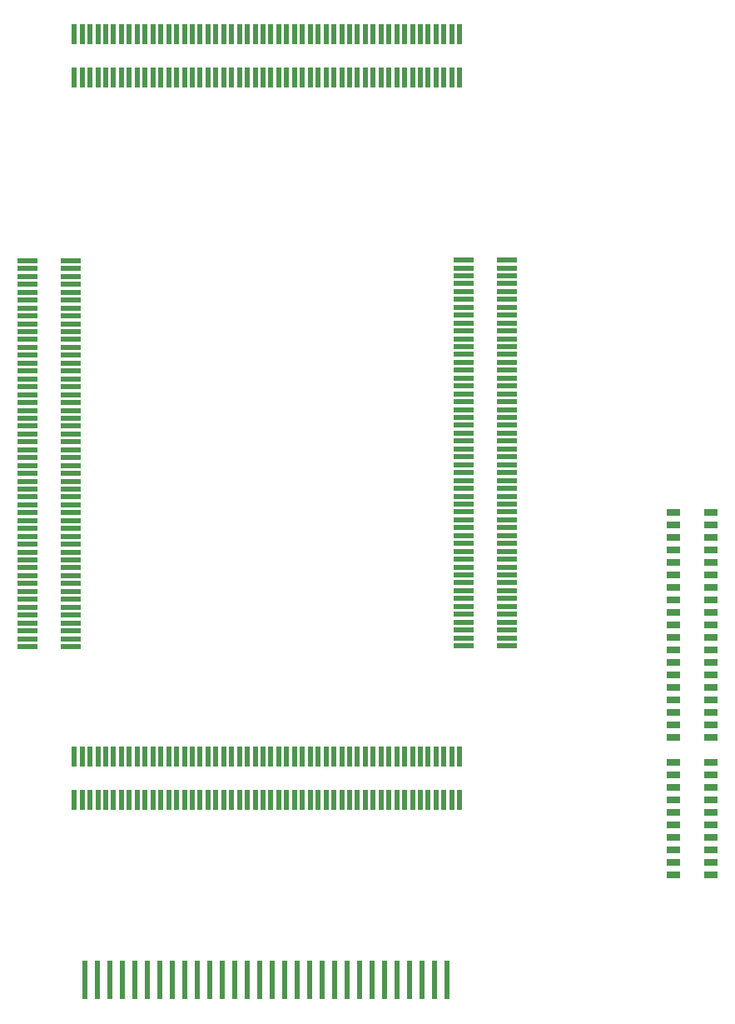
<source format=gbr>
G04 #@! TF.GenerationSoftware,KiCad,Pcbnew,5.0.0*
G04 #@! TF.CreationDate,2018-07-26T20:06:55-05:00*
G04 #@! TF.ProjectId,breakout,627265616B6F75742E6B696361645F70,rev?*
G04 #@! TF.SameCoordinates,Original*
G04 #@! TF.FileFunction,Paste,Top*
G04 #@! TF.FilePolarity,Positive*
%FSLAX46Y46*%
G04 Gerber Fmt 4.6, Leading zero omitted, Abs format (unit mm)*
G04 Created by KiCad (PCBNEW 5.0.0) date Thu Jul 26 20:06:55 2018*
%MOMM*%
%LPD*%
G01*
G04 APERTURE LIST*
%ADD10R,2.000000X0.500000*%
%ADD11R,0.500000X2.000000*%
%ADD12R,0.560000X4.000000*%
%ADD13R,1.350000X0.660000*%
G04 APERTURE END LIST*
D10*
G04 #@! TO.C,P4*
X145024200Y-94446000D03*
X140624200Y-94446000D03*
X145024200Y-95246000D03*
X140624200Y-95246000D03*
X145024200Y-96046000D03*
X140624200Y-96046000D03*
X145024200Y-96846000D03*
X140624200Y-96846000D03*
X145024200Y-97646000D03*
X140624200Y-97646000D03*
X145024200Y-98446000D03*
X140624200Y-98446000D03*
X145024200Y-99246000D03*
X140624200Y-99246000D03*
X145024200Y-100046000D03*
X140624200Y-100046000D03*
X145024200Y-100846000D03*
X140624200Y-100846000D03*
X145024200Y-101646000D03*
X140624200Y-101646000D03*
X145024200Y-102446000D03*
X140624200Y-102446000D03*
X145024200Y-103246000D03*
X140624200Y-103246000D03*
X145024200Y-104046000D03*
X140624200Y-104046000D03*
X145024200Y-104846000D03*
X140624200Y-104846000D03*
X145024200Y-105646000D03*
X140624200Y-105646000D03*
X145024200Y-106446000D03*
X140624200Y-106446000D03*
X145024200Y-107246000D03*
X140624200Y-107246000D03*
X145024200Y-108046000D03*
X140624200Y-108046000D03*
X145024200Y-108846000D03*
X140624200Y-108846000D03*
X145024200Y-109646000D03*
X140624200Y-109646000D03*
X145024200Y-110446000D03*
X140624200Y-110446000D03*
X145024200Y-111246000D03*
X140624200Y-111246000D03*
X145024200Y-112046000D03*
X140624200Y-112046000D03*
X145024200Y-112846000D03*
X140624200Y-112846000D03*
X145024200Y-113646000D03*
X140624200Y-113646000D03*
X145024200Y-114446000D03*
X140624200Y-114446000D03*
X145024200Y-115246000D03*
X140624200Y-115246000D03*
X145024200Y-116046000D03*
X140624200Y-116046000D03*
X145024200Y-116846000D03*
X140624200Y-116846000D03*
X145024200Y-117646000D03*
X140624200Y-117646000D03*
X145024200Y-118446000D03*
X140624200Y-118446000D03*
X145024200Y-119246000D03*
X140624200Y-119246000D03*
X145024200Y-120046000D03*
X140624200Y-120046000D03*
X145024200Y-120846000D03*
X140624200Y-120846000D03*
X145024200Y-121646000D03*
X140624200Y-121646000D03*
X145024200Y-122446000D03*
X140624200Y-122446000D03*
X145024200Y-123246000D03*
X140624200Y-123246000D03*
X145024200Y-124046000D03*
X140624200Y-124046000D03*
X145024200Y-124846000D03*
X140624200Y-124846000D03*
X145024200Y-125646000D03*
X140624200Y-125646000D03*
X145024200Y-126446000D03*
X140624200Y-126446000D03*
X145024200Y-127246000D03*
X140624200Y-127246000D03*
X145024200Y-128046000D03*
X140624200Y-128046000D03*
X145024200Y-128846000D03*
X140624200Y-128846000D03*
X145024200Y-129646000D03*
X140624200Y-129646000D03*
X145024200Y-130446000D03*
X140624200Y-130446000D03*
X145024200Y-131246000D03*
X140624200Y-131246000D03*
X145024200Y-132046000D03*
X140624200Y-132046000D03*
X145024200Y-132846000D03*
X140624200Y-132846000D03*
X145024200Y-133646000D03*
X140624200Y-133646000D03*
G04 #@! TD*
G04 #@! TO.C,P3*
X100675800Y-94522200D03*
X96275800Y-94522200D03*
X100675800Y-95322200D03*
X96275800Y-95322200D03*
X100675800Y-96122200D03*
X96275800Y-96122200D03*
X100675800Y-96922200D03*
X96275800Y-96922200D03*
X100675800Y-97722200D03*
X96275800Y-97722200D03*
X100675800Y-98522200D03*
X96275800Y-98522200D03*
X100675800Y-99322200D03*
X96275800Y-99322200D03*
X100675800Y-100122200D03*
X96275800Y-100122200D03*
X100675800Y-100922200D03*
X96275800Y-100922200D03*
X100675800Y-101722200D03*
X96275800Y-101722200D03*
X100675800Y-102522200D03*
X96275800Y-102522200D03*
X100675800Y-103322200D03*
X96275800Y-103322200D03*
X100675800Y-104122200D03*
X96275800Y-104122200D03*
X100675800Y-104922200D03*
X96275800Y-104922200D03*
X100675800Y-105722200D03*
X96275800Y-105722200D03*
X100675800Y-106522200D03*
X96275800Y-106522200D03*
X100675800Y-107322200D03*
X96275800Y-107322200D03*
X100675800Y-108122200D03*
X96275800Y-108122200D03*
X100675800Y-108922200D03*
X96275800Y-108922200D03*
X100675800Y-109722200D03*
X96275800Y-109722200D03*
X100675800Y-110522200D03*
X96275800Y-110522200D03*
X100675800Y-111322200D03*
X96275800Y-111322200D03*
X100675800Y-112122200D03*
X96275800Y-112122200D03*
X100675800Y-112922200D03*
X96275800Y-112922200D03*
X100675800Y-113722200D03*
X96275800Y-113722200D03*
X100675800Y-114522200D03*
X96275800Y-114522200D03*
X100675800Y-115322200D03*
X96275800Y-115322200D03*
X100675800Y-116122200D03*
X96275800Y-116122200D03*
X100675800Y-116922200D03*
X96275800Y-116922200D03*
X100675800Y-117722200D03*
X96275800Y-117722200D03*
X100675800Y-118522200D03*
X96275800Y-118522200D03*
X100675800Y-119322200D03*
X96275800Y-119322200D03*
X100675800Y-120122200D03*
X96275800Y-120122200D03*
X100675800Y-120922200D03*
X96275800Y-120922200D03*
X100675800Y-121722200D03*
X96275800Y-121722200D03*
X100675800Y-122522200D03*
X96275800Y-122522200D03*
X100675800Y-123322200D03*
X96275800Y-123322200D03*
X100675800Y-124122200D03*
X96275800Y-124122200D03*
X100675800Y-124922200D03*
X96275800Y-124922200D03*
X100675800Y-125722200D03*
X96275800Y-125722200D03*
X100675800Y-126522200D03*
X96275800Y-126522200D03*
X100675800Y-127322200D03*
X96275800Y-127322200D03*
X100675800Y-128122200D03*
X96275800Y-128122200D03*
X100675800Y-128922200D03*
X96275800Y-128922200D03*
X100675800Y-129722200D03*
X96275800Y-129722200D03*
X100675800Y-130522200D03*
X96275800Y-130522200D03*
X100675800Y-131322200D03*
X96275800Y-131322200D03*
X100675800Y-132122200D03*
X96275800Y-132122200D03*
X100675800Y-132922200D03*
X96275800Y-132922200D03*
X100675800Y-133722200D03*
X96275800Y-133722200D03*
G04 #@! TD*
D11*
G04 #@! TO.C,P2*
X140250000Y-149266000D03*
X140250000Y-144866000D03*
X139450000Y-149266000D03*
X139450000Y-144866000D03*
X138650000Y-149266000D03*
X138650000Y-144866000D03*
X137850000Y-149266000D03*
X137850000Y-144866000D03*
X137050000Y-149266000D03*
X137050000Y-144866000D03*
X136250000Y-149266000D03*
X136250000Y-144866000D03*
X135450000Y-149266000D03*
X135450000Y-144866000D03*
X134650000Y-149266000D03*
X134650000Y-144866000D03*
X133850000Y-149266000D03*
X133850000Y-144866000D03*
X133050000Y-149266000D03*
X133050000Y-144866000D03*
X132250000Y-149266000D03*
X132250000Y-144866000D03*
X131450000Y-149266000D03*
X131450000Y-144866000D03*
X130650000Y-149266000D03*
X130650000Y-144866000D03*
X129850000Y-149266000D03*
X129850000Y-144866000D03*
X129050000Y-149266000D03*
X129050000Y-144866000D03*
X128250000Y-149266000D03*
X128250000Y-144866000D03*
X127450000Y-149266000D03*
X127450000Y-144866000D03*
X126650000Y-149266000D03*
X126650000Y-144866000D03*
X125850000Y-149266000D03*
X125850000Y-144866000D03*
X125050000Y-149266000D03*
X125050000Y-144866000D03*
X124250000Y-149266000D03*
X124250000Y-144866000D03*
X123450000Y-149266000D03*
X123450000Y-144866000D03*
X122650000Y-149266000D03*
X122650000Y-144866000D03*
X121850000Y-149266000D03*
X121850000Y-144866000D03*
X121050000Y-149266000D03*
X121050000Y-144866000D03*
X120250000Y-149266000D03*
X120250000Y-144866000D03*
X119450000Y-149266000D03*
X119450000Y-144866000D03*
X118650000Y-149266000D03*
X118650000Y-144866000D03*
X117850000Y-149266000D03*
X117850000Y-144866000D03*
X117050000Y-149266000D03*
X117050000Y-144866000D03*
X116250000Y-149266000D03*
X116250000Y-144866000D03*
X115450000Y-149266000D03*
X115450000Y-144866000D03*
X114650000Y-149266000D03*
X114650000Y-144866000D03*
X113850000Y-149266000D03*
X113850000Y-144866000D03*
X113050000Y-149266000D03*
X113050000Y-144866000D03*
X112250000Y-149266000D03*
X112250000Y-144866000D03*
X111450000Y-149266000D03*
X111450000Y-144866000D03*
X110650000Y-149266000D03*
X110650000Y-144866000D03*
X109850000Y-149266000D03*
X109850000Y-144866000D03*
X109050000Y-149266000D03*
X109050000Y-144866000D03*
X108250000Y-149266000D03*
X108250000Y-144866000D03*
X107450000Y-149266000D03*
X107450000Y-144866000D03*
X106650000Y-149266000D03*
X106650000Y-144866000D03*
X105850000Y-149266000D03*
X105850000Y-144866000D03*
X105050000Y-149266000D03*
X105050000Y-144866000D03*
X104250000Y-149266000D03*
X104250000Y-144866000D03*
X103450000Y-149266000D03*
X103450000Y-144866000D03*
X102650000Y-149266000D03*
X102650000Y-144866000D03*
X101850000Y-149266000D03*
X101850000Y-144866000D03*
X101050000Y-149266000D03*
X101050000Y-144866000D03*
G04 #@! TD*
G04 #@! TO.C,P1*
X101050000Y-71460000D03*
X101050000Y-75860000D03*
X101850000Y-71460000D03*
X101850000Y-75860000D03*
X102650000Y-71460000D03*
X102650000Y-75860000D03*
X103450000Y-71460000D03*
X103450000Y-75860000D03*
X104250000Y-71460000D03*
X104250000Y-75860000D03*
X105050000Y-71460000D03*
X105050000Y-75860000D03*
X105850000Y-71460000D03*
X105850000Y-75860000D03*
X106650000Y-71460000D03*
X106650000Y-75860000D03*
X107450000Y-71460000D03*
X107450000Y-75860000D03*
X108250000Y-71460000D03*
X108250000Y-75860000D03*
X109050000Y-71460000D03*
X109050000Y-75860000D03*
X109850000Y-71460000D03*
X109850000Y-75860000D03*
X110650000Y-71460000D03*
X110650000Y-75860000D03*
X111450000Y-71460000D03*
X111450000Y-75860000D03*
X112250000Y-71460000D03*
X112250000Y-75860000D03*
X113050000Y-71460000D03*
X113050000Y-75860000D03*
X113850000Y-71460000D03*
X113850000Y-75860000D03*
X114650000Y-71460000D03*
X114650000Y-75860000D03*
X115450000Y-71460000D03*
X115450000Y-75860000D03*
X116250000Y-71460000D03*
X116250000Y-75860000D03*
X117050000Y-71460000D03*
X117050000Y-75860000D03*
X117850000Y-71460000D03*
X117850000Y-75860000D03*
X118650000Y-71460000D03*
X118650000Y-75860000D03*
X119450000Y-71460000D03*
X119450000Y-75860000D03*
X120250000Y-71460000D03*
X120250000Y-75860000D03*
X121050000Y-71460000D03*
X121050000Y-75860000D03*
X121850000Y-71460000D03*
X121850000Y-75860000D03*
X122650000Y-71460000D03*
X122650000Y-75860000D03*
X123450000Y-71460000D03*
X123450000Y-75860000D03*
X124250000Y-71460000D03*
X124250000Y-75860000D03*
X125050000Y-71460000D03*
X125050000Y-75860000D03*
X125850000Y-71460000D03*
X125850000Y-75860000D03*
X126650000Y-71460000D03*
X126650000Y-75860000D03*
X127450000Y-71460000D03*
X127450000Y-75860000D03*
X128250000Y-71460000D03*
X128250000Y-75860000D03*
X129050000Y-71460000D03*
X129050000Y-75860000D03*
X129850000Y-71460000D03*
X129850000Y-75860000D03*
X130650000Y-71460000D03*
X130650000Y-75860000D03*
X131450000Y-71460000D03*
X131450000Y-75860000D03*
X132250000Y-71460000D03*
X132250000Y-75860000D03*
X133050000Y-71460000D03*
X133050000Y-75860000D03*
X133850000Y-71460000D03*
X133850000Y-75860000D03*
X134650000Y-71460000D03*
X134650000Y-75860000D03*
X135450000Y-71460000D03*
X135450000Y-75860000D03*
X136250000Y-71460000D03*
X136250000Y-75860000D03*
X137050000Y-71460000D03*
X137050000Y-75860000D03*
X137850000Y-71460000D03*
X137850000Y-75860000D03*
X138650000Y-71460000D03*
X138650000Y-75860000D03*
X139450000Y-71460000D03*
X139450000Y-75860000D03*
X140250000Y-71460000D03*
X140250000Y-75860000D03*
G04 #@! TD*
D12*
G04 #@! TO.C,P7*
X102168800Y-167600000D03*
X103438800Y-167600000D03*
X104708800Y-167600000D03*
X105978800Y-167600000D03*
X107248800Y-167600000D03*
X108518800Y-167600000D03*
X109788800Y-167600000D03*
X111058800Y-167600000D03*
X112328800Y-167600000D03*
X113598800Y-167600000D03*
X114868800Y-167600000D03*
X116138800Y-167600000D03*
X117408800Y-167600000D03*
X118678800Y-167600000D03*
X119948800Y-167600000D03*
X121218800Y-167600000D03*
X122488800Y-167600000D03*
X123758800Y-167600000D03*
X125028800Y-167600000D03*
X126298800Y-167600000D03*
X127568800Y-167600000D03*
X128838800Y-167600000D03*
X130108800Y-167600000D03*
X131378800Y-167600000D03*
X132648800Y-167600000D03*
X133918800Y-167600000D03*
X135188800Y-167600000D03*
X136458800Y-167600000D03*
X137728800Y-167600000D03*
X138998800Y-167600000D03*
G04 #@! TD*
D13*
G04 #@! TO.C,P5*
X165836600Y-156946600D03*
X162026600Y-156946600D03*
X165836600Y-155676600D03*
X162026600Y-155676600D03*
X165836600Y-154406600D03*
X162026600Y-154406600D03*
X165836600Y-153136600D03*
X162026600Y-153136600D03*
X165836600Y-151866600D03*
X162026600Y-151866600D03*
X165836600Y-150596600D03*
X162026600Y-150596600D03*
X165836600Y-149326600D03*
X162026600Y-149326600D03*
X165836600Y-148056600D03*
X162026600Y-148056600D03*
X165836600Y-146786600D03*
X162026600Y-146786600D03*
X165836600Y-145516600D03*
X162026600Y-145516600D03*
X165836600Y-142976600D03*
X162026600Y-142976600D03*
X165836600Y-141706600D03*
X162026600Y-141706600D03*
X165836600Y-140436600D03*
X162026600Y-140436600D03*
X165836600Y-139166600D03*
X162026600Y-139166600D03*
X165836600Y-137896600D03*
X162026600Y-137896600D03*
X165836600Y-136626600D03*
X162026600Y-136626600D03*
X165836600Y-135356600D03*
X162026600Y-135356600D03*
X165836600Y-134086600D03*
X162026600Y-134086600D03*
X165836600Y-132816600D03*
X162026600Y-132816600D03*
X165836600Y-131546600D03*
X162026600Y-131546600D03*
X165836600Y-130276600D03*
X162026600Y-130276600D03*
X165836600Y-129006600D03*
X162026600Y-129006600D03*
X165836600Y-127736600D03*
X162026600Y-127736600D03*
X165836600Y-126466600D03*
X162026600Y-126466600D03*
X165836600Y-125196600D03*
X162026600Y-125196600D03*
X165836600Y-123926600D03*
X162026600Y-123926600D03*
X165836600Y-122656600D03*
X162026600Y-122656600D03*
X165836600Y-121386600D03*
X162026600Y-121386600D03*
X165836600Y-120116600D03*
X162026600Y-120116600D03*
G04 #@! TD*
M02*

</source>
